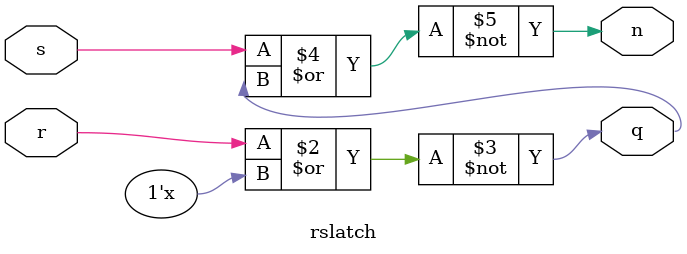
<source format=sv>
module rslatch (input logic r, s, output logic q, n);
    always_comb begin
        q = ~(r|n); // Use = instead of <=
        n = ~(s|q);
    end
endmodule

</source>
